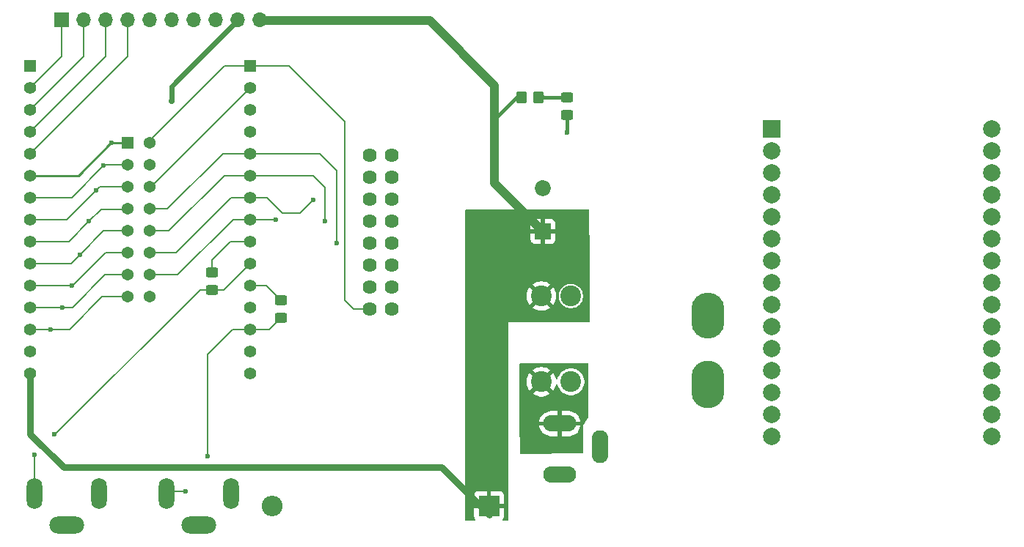
<source format=gbr>
%TF.GenerationSoftware,KiCad,Pcbnew,9.0.0*%
%TF.CreationDate,2025-04-14T04:50:01-04:00*%
%TF.ProjectId,W4MLB_Band_Display,57344d4c-425f-4426-916e-645f44697370,1.0*%
%TF.SameCoordinates,Original*%
%TF.FileFunction,Copper,L1,Top*%
%TF.FilePolarity,Positive*%
%FSLAX46Y46*%
G04 Gerber Fmt 4.6, Leading zero omitted, Abs format (unit mm)*
G04 Created by KiCad (PCBNEW 9.0.0) date 2025-04-14 04:50:01*
%MOMM*%
%LPD*%
G01*
G04 APERTURE LIST*
G04 Aperture macros list*
%AMRoundRect*
0 Rectangle with rounded corners*
0 $1 Rounding radius*
0 $2 $3 $4 $5 $6 $7 $8 $9 X,Y pos of 4 corners*
0 Add a 4 corners polygon primitive as box body*
4,1,4,$2,$3,$4,$5,$6,$7,$8,$9,$2,$3,0*
0 Add four circle primitives for the rounded corners*
1,1,$1+$1,$2,$3*
1,1,$1+$1,$4,$5*
1,1,$1+$1,$6,$7*
1,1,$1+$1,$8,$9*
0 Add four rect primitives between the rounded corners*
20,1,$1+$1,$2,$3,$4,$5,0*
20,1,$1+$1,$4,$5,$6,$7,0*
20,1,$1+$1,$6,$7,$8,$9,0*
20,1,$1+$1,$8,$9,$2,$3,0*%
G04 Aperture macros list end*
%TA.AperFunction,ComponentPad*%
%ADD10O,1.800000X3.600000*%
%TD*%
%TA.AperFunction,ComponentPad*%
%ADD11O,4.000000X2.000000*%
%TD*%
%TA.AperFunction,SMDPad,CuDef*%
%ADD12RoundRect,0.250000X0.450000X-0.325000X0.450000X0.325000X-0.450000X0.325000X-0.450000X-0.325000X0*%
%TD*%
%TA.AperFunction,SMDPad,CuDef*%
%ADD13RoundRect,0.250000X-0.450000X0.325000X-0.450000X-0.325000X0.450000X-0.325000X0.450000X0.325000X0*%
%TD*%
%TA.AperFunction,SMDPad,CuDef*%
%ADD14RoundRect,0.250000X0.350000X0.450000X-0.350000X0.450000X-0.350000X-0.450000X0.350000X-0.450000X0*%
%TD*%
%TA.AperFunction,ComponentPad*%
%ADD15C,2.400000*%
%TD*%
%TA.AperFunction,ComponentPad*%
%ADD16C,1.850000*%
%TD*%
%TA.AperFunction,ComponentPad*%
%ADD17R,1.850000X1.850000*%
%TD*%
%TA.AperFunction,ComponentPad*%
%ADD18C,1.390000*%
%TD*%
%TA.AperFunction,ComponentPad*%
%ADD19R,1.390000X1.390000*%
%TD*%
%TA.AperFunction,ComponentPad*%
%ADD20R,1.370000X1.370000*%
%TD*%
%TA.AperFunction,ComponentPad*%
%ADD21C,1.370000*%
%TD*%
%TA.AperFunction,ComponentPad*%
%ADD22R,1.700000X1.700000*%
%TD*%
%TA.AperFunction,ComponentPad*%
%ADD23O,1.700000X1.700000*%
%TD*%
%TA.AperFunction,ComponentPad*%
%ADD24R,2.400000X2.400000*%
%TD*%
%TA.AperFunction,ComponentPad*%
%ADD25O,2.400000X2.400000*%
%TD*%
%TA.AperFunction,ComponentPad*%
%ADD26O,3.800000X1.900000*%
%TD*%
%TA.AperFunction,ComponentPad*%
%ADD27O,1.900000X3.800000*%
%TD*%
%TA.AperFunction,ComponentPad*%
%ADD28C,1.620010*%
%TD*%
%TA.AperFunction,ComponentPad*%
%ADD29R,2.000000X2.000000*%
%TD*%
%TA.AperFunction,ComponentPad*%
%ADD30C,2.000000*%
%TD*%
%TA.AperFunction,ComponentPad*%
%ADD31O,3.800000X5.500000*%
%TD*%
%TA.AperFunction,ComponentPad*%
%ADD32O,3.800000X5.300000*%
%TD*%
%TA.AperFunction,ViaPad*%
%ADD33C,0.600000*%
%TD*%
%TA.AperFunction,ViaPad*%
%ADD34C,0.700000*%
%TD*%
%TA.AperFunction,Conductor*%
%ADD35C,0.400000*%
%TD*%
%TA.AperFunction,Conductor*%
%ADD36C,0.200000*%
%TD*%
%TA.AperFunction,Conductor*%
%ADD37C,1.000000*%
%TD*%
%TA.AperFunction,Conductor*%
%ADD38C,0.762000*%
%TD*%
%TA.AperFunction,Conductor*%
%ADD39C,0.600000*%
%TD*%
%TA.AperFunction,Conductor*%
%ADD40C,0.254000*%
%TD*%
G04 APERTURE END LIST*
D10*
%TO.P,J8,3*%
%TO.N,GND*%
X145017500Y-121300000D03*
D11*
%TO.P,J8,1*%
X141267500Y-125000000D03*
D10*
%TO.P,J8,2*%
%TO.N,GPIO15*%
X137517500Y-121300000D03*
%TD*%
D12*
%TO.P,D3,1,K*%
%TO.N,GND*%
X183750000Y-77550000D03*
%TO.P,D3,2,A*%
%TO.N,Net-(D3-A)*%
X183750000Y-75500000D03*
%TD*%
D13*
%TO.P,D1,1,K*%
%TO.N,GPIO17*%
X142750000Y-95750000D03*
%TO.P,D1,2,A*%
%TO.N,GPIO16*%
X142750000Y-97800000D03*
%TD*%
D14*
%TO.P,R1,1*%
%TO.N,Net-(D3-A)*%
X180500000Y-75500000D03*
%TO.P,R1,2*%
%TO.N,+5V*%
X178500000Y-75500000D03*
%TD*%
D15*
%TO.P,F1,1*%
%TO.N,/PWR IN*%
X180810000Y-108410000D03*
%TO.P,F1,2*%
%TO.N,+5V*%
X180810000Y-98490000D03*
%TO.P,F1,3*%
%TO.N,N/C*%
X184210000Y-108410000D03*
%TO.P,F1,4*%
X184210000Y-98490000D03*
%TD*%
D16*
%TO.P,J6,2,2*%
%TO.N,GND*%
X181000000Y-86000000D03*
D17*
%TO.P,J6,1,1*%
%TO.N,+5V*%
X181000000Y-91000000D03*
%TD*%
D18*
%TO.P,J2,04,04*%
%TO.N,GPIO3*%
X147230000Y-79480000D03*
%TO.P,J2,14,14*%
%TO.N,GND*%
X147230000Y-104880000D03*
D19*
%TO.P,J2,01,01*%
%TO.N,GPIO23*%
X147230000Y-71860000D03*
D18*
%TO.P,J2,02,02*%
%TO.N,GPIO22*%
X147230000Y-74400000D03*
%TO.P,J2,03,03*%
%TO.N,GPIO1*%
X147230000Y-76940000D03*
%TO.P,J2,05,05*%
%TO.N,GPIO21*%
X147230000Y-82020000D03*
%TO.P,J2,06,06*%
%TO.N,GPIO19*%
X147230000Y-84560000D03*
%TO.P,J2,07,07*%
%TO.N,GPIO18*%
X147230000Y-87100000D03*
%TO.P,J2,08,08*%
%TO.N,GPIO5*%
X147230000Y-89640000D03*
%TO.P,J2,09,09*%
%TO.N,GPIO17*%
X147230000Y-92180000D03*
%TO.P,J2,10,10*%
%TO.N,GPIO16*%
X147230000Y-94720000D03*
%TO.P,J2,11,11*%
%TO.N,GPIO4*%
X147230000Y-97260000D03*
%TO.P,J2,12,12*%
%TO.N,GPIO2*%
X147230000Y-99800000D03*
%TO.P,J2,13,13*%
%TO.N,GPIO15*%
X147230000Y-102340000D03*
%TO.P,J2,15,15*%
%TO.N,/+3.3VDC*%
X147230000Y-107420000D03*
%TD*%
D20*
%TO.P,J3,01,01*%
%TO.N,GPIO32*%
X133010000Y-80802500D03*
D21*
%TO.P,J3,02,02*%
%TO.N,GPIO23*%
X135550000Y-80802500D03*
%TO.P,J3,03,03*%
%TO.N,GPIO33*%
X133010000Y-83342500D03*
%TO.P,J3,05,05*%
%TO.N,GPIO25*%
X133010000Y-85882500D03*
%TO.P,J3,06,06*%
%TO.N,GPIO22*%
X135550000Y-85882500D03*
%TO.P,J3,07,07*%
%TO.N,GPIO26*%
X133010000Y-88422500D03*
%TO.P,J3,08,08*%
%TO.N,GPIO21*%
X135550000Y-88422500D03*
%TO.P,J3,09,09*%
%TO.N,GPIO27*%
X133010000Y-90962500D03*
%TO.P,J3,10,10*%
%TO.N,GPIO19*%
X135550000Y-90962500D03*
%TO.P,J3,11,11*%
%TO.N,GPIO14*%
X133010000Y-93502500D03*
%TO.P,J3,12,12*%
%TO.N,GPIO18*%
X135550000Y-93502500D03*
%TO.P,J3,13,13*%
%TO.N,GPIO12*%
X133010000Y-96042500D03*
%TO.P,J3,14,14*%
%TO.N,GPIO5*%
X135550000Y-96042500D03*
%TO.P,J3,15,15*%
%TO.N,GPIO13*%
X133010000Y-98582500D03*
%TO.P,J3,04,04*%
%TO.N,GND*%
X135550000Y-83342500D03*
%TO.P,J3,16,16*%
X135550000Y-98582500D03*
%TD*%
D22*
%TO.P,J9,1,Pin_1*%
%TO.N,GPIO36*%
X125430000Y-66582500D03*
D23*
%TO.P,J9,2,Pin_2*%
%TO.N,GPIO39*%
X127970000Y-66582500D03*
%TO.P,J9,3,Pin_3*%
%TO.N,GPIO34*%
X130510000Y-66582500D03*
%TO.P,J9,4,Pin_4*%
%TO.N,GPIO35*%
X133050000Y-66582500D03*
%TO.P,J9,5,Pin_5*%
%TO.N,GPIO2*%
X135590000Y-66582500D03*
%TO.P,J9,6,Pin_6*%
%TO.N,GPIO3*%
X138130000Y-66582500D03*
%TO.P,J9,7,Pin_7*%
%TO.N,GPIO1*%
X140670000Y-66582500D03*
%TO.P,J9,8,Pin_8*%
%TO.N,GND*%
X143210000Y-66582500D03*
%TO.P,J9,9,Pin_9*%
%TO.N,/+3.3VDC*%
X145750000Y-66582500D03*
%TO.P,J9,10,Pin_10*%
%TO.N,+5V*%
X148290000Y-66582500D03*
%TD*%
D18*
%TO.P,J1,14,14*%
%TO.N,GND*%
X121830000Y-104880000D03*
D19*
%TO.P,J1,01,01*%
%TO.N,unconnected-(J1-Pad01)*%
X121830000Y-71860000D03*
D18*
%TO.P,J1,02,02*%
%TO.N,GPIO36*%
X121830000Y-74400000D03*
%TO.P,J1,03,03*%
%TO.N,GPIO39*%
X121830000Y-76940000D03*
%TO.P,J1,04,04*%
%TO.N,GPIO34*%
X121830000Y-79480000D03*
%TO.P,J1,05,05*%
%TO.N,GPIO35*%
X121830000Y-82020000D03*
%TO.P,J1,06,06*%
%TO.N,GPIO32*%
X121830000Y-84560000D03*
%TO.P,J1,07,07*%
%TO.N,GPIO33*%
X121830000Y-87100000D03*
%TO.P,J1,08,08*%
%TO.N,GPIO25*%
X121830000Y-89640000D03*
%TO.P,J1,09,09*%
%TO.N,GPIO26*%
X121830000Y-92180000D03*
%TO.P,J1,10,10*%
%TO.N,GPIO27*%
X121830000Y-94720000D03*
%TO.P,J1,11,11*%
%TO.N,GPIO14*%
X121830000Y-97260000D03*
%TO.P,J1,12,12*%
%TO.N,GPIO12*%
X121830000Y-99800000D03*
%TO.P,J1,13,13*%
%TO.N,GPIO13*%
X121830000Y-102340000D03*
%TO.P,J1,15,15*%
%TO.N,+5V*%
X121830000Y-107420000D03*
%TD*%
D24*
%TO.P,C2,1*%
%TO.N,+5V*%
X174750000Y-122750000D03*
D25*
%TO.P,C2,2*%
%TO.N,GND*%
X149750000Y-122750000D03*
%TD*%
D10*
%TO.P,J7,3*%
%TO.N,GND*%
X129767500Y-121300000D03*
D11*
%TO.P,J7,1*%
X126017500Y-125000000D03*
D10*
%TO.P,J7,2*%
%TO.N,GPIO16*%
X122267500Y-121300000D03*
%TD*%
D26*
%TO.P,J5,2*%
%TO.N,GND*%
X182950000Y-119167500D03*
D27*
%TO.P,J5,3*%
X187600000Y-115917500D03*
D26*
%TO.P,J5,1*%
%TO.N,/PWR IN*%
X182950000Y-113237500D03*
%TD*%
D28*
%TO.P,J4,15,15*%
%TO.N,GPIO13*%
X163500000Y-82210000D03*
%TO.P,J4,13,13*%
%TO.N,GPIO12*%
X163500000Y-84750000D03*
%TO.P,J4,11,11*%
%TO.N,GPIO14*%
X163500000Y-87290000D03*
%TO.P,J4,10,10*%
%TO.N,GPIO19*%
X160960000Y-89830000D03*
%TO.P,J4,9,9*%
%TO.N,GPIO27*%
X163500000Y-89830000D03*
%TO.P,J4,8,8*%
%TO.N,GPIO21*%
X160960000Y-92370000D03*
%TO.P,J4,7,7*%
%TO.N,GPIO26*%
X163500000Y-92370000D03*
%TO.P,J4,6,6*%
%TO.N,GPIO22*%
X160960000Y-94910000D03*
%TO.P,J4,5,5*%
%TO.N,GPIO25*%
X163500000Y-94910000D03*
%TO.P,J4,3,3*%
%TO.N,GPIO33*%
X163500000Y-97450000D03*
%TO.P,J4,2,2*%
%TO.N,GPIO23*%
X160960000Y-99990000D03*
%TO.P,J4,1,1*%
%TO.N,GPIO32*%
X163500000Y-99990000D03*
%TO.P,J4,4,4*%
%TO.N,GND*%
X160960000Y-97450000D03*
%TO.P,J4,12,12*%
%TO.N,GPIO18*%
X160960000Y-87290000D03*
%TO.P,J4,14,14*%
%TO.N,GPIO5*%
X160960000Y-84750000D03*
%TO.P,J4,16,16*%
%TO.N,GND*%
X160960000Y-82210000D03*
%TD*%
D13*
%TO.P,D2,1,K*%
%TO.N,GPIO4*%
X150750000Y-98950000D03*
%TO.P,D2,2,A*%
%TO.N,GPIO15*%
X150750000Y-101000000D03*
%TD*%
D29*
%TO.P,U1,1,3V3*%
%TO.N,unconnected-(U1-3V3-Pad1)*%
X207350000Y-79190000D03*
D30*
%TO.P,U1,2,GND*%
%TO.N,unconnected-(U1-GND-Pad2)*%
X207350000Y-81730000D03*
%TO.P,U1,3,D15*%
%TO.N,unconnected-(U1-D15-Pad3)*%
X207350000Y-84270000D03*
%TO.P,U1,4,D2*%
%TO.N,unconnected-(U1-D2-Pad4)*%
X207350000Y-86810000D03*
%TO.P,U1,5,D4*%
%TO.N,unconnected-(U1-D4-Pad5)*%
X207350000Y-89350000D03*
%TO.P,U1,6,RX2*%
%TO.N,unconnected-(U1-RX2-Pad6)*%
X207350000Y-91890000D03*
%TO.P,U1,7,TX2*%
%TO.N,unconnected-(U1-TX2-Pad7)*%
X207350000Y-94430000D03*
%TO.P,U1,8,D5*%
%TO.N,unconnected-(U1-D5-Pad8)*%
X207350000Y-96970000D03*
%TO.P,U1,9,D18*%
%TO.N,unconnected-(U1-D18-Pad9)*%
X207350000Y-99510000D03*
%TO.P,U1,10,D19*%
%TO.N,unconnected-(U1-D19-Pad10)*%
X207350000Y-102050000D03*
%TO.P,U1,11,D21*%
%TO.N,unconnected-(U1-D21-Pad11)*%
X207350000Y-104590000D03*
%TO.P,U1,12,RX0*%
%TO.N,unconnected-(U1-RX0-Pad12)*%
X207350000Y-107130000D03*
%TO.P,U1,13,TX0*%
%TO.N,unconnected-(U1-TX0-Pad13)*%
X207350000Y-109670000D03*
%TO.P,U1,14,D22*%
%TO.N,unconnected-(U1-D22-Pad14)*%
X207350000Y-112210000D03*
%TO.P,U1,15,D23*%
%TO.N,unconnected-(U1-D23-Pad15)*%
X207350000Y-114750000D03*
%TO.P,U1,16,EN*%
%TO.N,unconnected-(U1-EN-Pad16)*%
X232750000Y-114750000D03*
%TO.P,U1,17,VP*%
%TO.N,unconnected-(U1-VP-Pad17)*%
X232750000Y-112210000D03*
%TO.P,U1,18,VN*%
%TO.N,unconnected-(U1-VN-Pad18)*%
X232750000Y-109670000D03*
%TO.P,U1,19,D34*%
%TO.N,unconnected-(U1-D34-Pad19)*%
X232750000Y-107130000D03*
%TO.P,U1,20,D35*%
%TO.N,unconnected-(U1-D35-Pad20)*%
X232750000Y-104590000D03*
%TO.P,U1,21,D32*%
%TO.N,unconnected-(U1-D32-Pad21)*%
X232750000Y-102050000D03*
%TO.P,U1,22,D33*%
%TO.N,unconnected-(U1-D33-Pad22)*%
X232750000Y-99510000D03*
%TO.P,U1,23,D25*%
%TO.N,unconnected-(U1-D25-Pad23)*%
X232750000Y-96970000D03*
%TO.P,U1,24,D26*%
%TO.N,unconnected-(U1-D26-Pad24)*%
X232750000Y-94430000D03*
%TO.P,U1,25,D27*%
%TO.N,unconnected-(U1-D27-Pad25)*%
X232750000Y-91890000D03*
%TO.P,U1,26,D14*%
%TO.N,unconnected-(U1-D14-Pad26)*%
X232750000Y-89350000D03*
%TO.P,U1,27,D12*%
%TO.N,unconnected-(U1-D12-Pad27)*%
X232750000Y-86810000D03*
%TO.P,U1,28,D13*%
%TO.N,unconnected-(U1-D13-Pad28)*%
X232750000Y-84270000D03*
%TO.P,U1,29,GND__1*%
%TO.N,unconnected-(U1-GND__1-Pad29)*%
X232750000Y-81730000D03*
%TO.P,U1,30,VIN*%
%TO.N,unconnected-(U1-VIN-Pad30)*%
X232750000Y-79190000D03*
%TD*%
D31*
%TO.P,F2,1*%
%TO.N,unconnected-(F2-Pad1)*%
X200000000Y-108750000D03*
D32*
%TO.P,F2,2*%
%TO.N,unconnected-(F2-Pad2)*%
X200000000Y-100750000D03*
%TD*%
D33*
%TO.N,GND*%
X183750000Y-79600000D03*
%TO.N,GPIO15*%
X142300000Y-117000000D03*
X139750000Y-121050000D03*
%TO.N,GPIO33*%
X130267322Y-83437322D03*
%TO.N,GPIO21*%
X157150000Y-92370000D03*
%TO.N,GPIO27*%
X127531250Y-93701250D03*
%TO.N,GPIO5*%
X150150000Y-89650000D03*
%TO.N,GPIO19*%
X155800000Y-89800000D03*
%TO.N,GPIO12*%
X125520000Y-99800000D03*
%TO.N,GPIO32*%
X131220000Y-80802500D03*
D34*
%TO.N,/+3.3VDC*%
X138111250Y-75940000D03*
D33*
%TO.N,GPIO14*%
X126590000Y-97260000D03*
%TO.N,GPIO13*%
X124140000Y-102340000D03*
%TO.N,GPIO18*%
X154460000Y-87350000D03*
%TO.N,GPIO16*%
X122267500Y-116850000D03*
%TO.N,GPIO25*%
X129411250Y-86271250D03*
%TO.N,GPIO26*%
X128576250Y-89856250D03*
%TO.N,GPIO16*%
X124607500Y-114510000D03*
%TD*%
D35*
%TO.N,Net-(D3-A)*%
X183450000Y-75550000D02*
X183750000Y-75250000D01*
X181050000Y-75550000D02*
X183450000Y-75550000D01*
X180750000Y-75250000D02*
X181050000Y-75550000D01*
%TO.N,+5V*%
X178200000Y-75250000D02*
X175540000Y-77910000D01*
X175540000Y-77910000D02*
X175540000Y-78460000D01*
D36*
X175540000Y-78460000D02*
X175400000Y-78460000D01*
D37*
X175400000Y-78460000D02*
X175400000Y-77920000D01*
D35*
%TO.N,GND*%
X183750000Y-77900000D02*
X183750000Y-79600000D01*
D37*
%TO.N,+5V*%
X175400000Y-77920000D02*
X175400000Y-76050000D01*
D36*
X175580000Y-77920000D02*
X175400000Y-77920000D01*
D37*
X175400000Y-76050000D02*
X175400000Y-74150000D01*
D36*
%TO.N,GPIO15*%
X142300000Y-105200000D02*
X142300000Y-117000000D01*
X145160000Y-102340000D02*
X142300000Y-105200000D01*
X147230000Y-102340000D02*
X145160000Y-102340000D01*
D38*
%TO.N,+5V*%
X121830000Y-114430000D02*
X121830000Y-107420000D01*
X125700000Y-118300000D02*
X121830000Y-114430000D01*
X169300000Y-118300000D02*
X125700000Y-118300000D01*
X174750000Y-123750000D02*
X169300000Y-118300000D01*
D36*
%TO.N,GPIO15*%
X137517500Y-121050000D02*
X139750000Y-121050000D01*
D37*
%TO.N,+5V*%
X167900000Y-66650000D02*
X148357500Y-66650000D01*
X175400000Y-74150000D02*
X167900000Y-66650000D01*
X175650000Y-85650000D02*
X175400000Y-85400000D01*
X175400000Y-85400000D02*
X175400000Y-78460000D01*
X180500000Y-90500000D02*
X175650000Y-85650000D01*
D36*
%TO.N,GPIO16*%
X141400000Y-97800000D02*
X142750000Y-97800000D01*
X124690000Y-114510000D02*
X141400000Y-97800000D01*
X124607500Y-114510000D02*
X124690000Y-114510000D01*
%TO.N,GPIO33*%
X133010000Y-83342500D02*
X133010000Y-83340000D01*
%TO.N,+5V*%
X148357500Y-66650000D02*
X148290000Y-66582500D01*
D39*
%TO.N,/+3.3VDC*%
X138111250Y-74221250D02*
X138111250Y-75940000D01*
D36*
X138111250Y-74261250D02*
X138100000Y-74250000D01*
X138111250Y-75940000D02*
X138111250Y-74261250D01*
D39*
X145750000Y-66582500D02*
X138111250Y-74221250D01*
D36*
%TO.N,GPIO21*%
X147230000Y-82020000D02*
X144030000Y-82020000D01*
X137627500Y-88422500D02*
X135550000Y-88422500D01*
X144030000Y-82020000D02*
X137627500Y-88422500D01*
%TO.N,GPIO33*%
X130267322Y-83437322D02*
X130362144Y-83342500D01*
%TO.N,GPIO16*%
X122267500Y-116850000D02*
X122267500Y-121050000D01*
%TO.N,GPIO23*%
X135647500Y-80900000D02*
X135550000Y-80802500D01*
%TO.N,GPIO33*%
X126604644Y-87100000D02*
X130267322Y-83437322D01*
X130362144Y-83342500D02*
X133010000Y-83342500D01*
X121830000Y-87100000D02*
X126604644Y-87100000D01*
%TO.N,GPIO17*%
X147230000Y-92180000D02*
X144870000Y-92180000D01*
%TO.N,GPIO5*%
X149600000Y-89650000D02*
X149590000Y-89640000D01*
%TO.N,GPIO26*%
X129982500Y-88450000D02*
X132982500Y-88450000D01*
%TO.N,GPIO5*%
X149590000Y-89640000D02*
X147230000Y-89640000D01*
%TO.N,GPIO26*%
X132982500Y-88450000D02*
X133010000Y-88422500D01*
%TO.N,GPIO17*%
X144870000Y-92180000D02*
X142750000Y-94300000D01*
D40*
%TO.N,GPIO32*%
X127340000Y-84560000D02*
X131097500Y-80802500D01*
D36*
%TO.N,GPIO5*%
X150150000Y-89650000D02*
X149600000Y-89650000D01*
%TO.N,GPIO26*%
X126252500Y-92180000D02*
X128576250Y-89856250D01*
D40*
%TO.N,GPIO32*%
X121830000Y-84560000D02*
X127340000Y-84560000D01*
X131097500Y-80802500D02*
X131220000Y-80802500D01*
D36*
%TO.N,GPIO26*%
X121830000Y-92180000D02*
X126252500Y-92180000D01*
%TO.N,GPIO17*%
X142750000Y-94300000D02*
X142750000Y-95750000D01*
%TO.N,GPIO18*%
X147230000Y-87100000D02*
X145000000Y-87100000D01*
%TO.N,GPIO19*%
X137787500Y-90962500D02*
X135550000Y-90962500D01*
X147230000Y-84560000D02*
X144190000Y-84560000D01*
X144190000Y-84560000D02*
X137787500Y-90962500D01*
%TO.N,GPIO18*%
X138597500Y-93502500D02*
X135550000Y-93502500D01*
X145000000Y-87100000D02*
X138597500Y-93502500D01*
%TO.N,GPIO26*%
X128576250Y-89856250D02*
X129982500Y-88450000D01*
%TO.N,GPIO25*%
X129411250Y-86271250D02*
X129800000Y-85882500D01*
%TO.N,GPIO34*%
X130510000Y-70800000D02*
X130510000Y-66582500D01*
%TO.N,GPIO35*%
X121830000Y-82020000D02*
X133050000Y-70800000D01*
X133050000Y-70800000D02*
X133050000Y-66582500D01*
%TO.N,GPIO39*%
X127970000Y-70800000D02*
X127970000Y-66582500D01*
%TO.N,GPIO34*%
X121830000Y-79480000D02*
X130510000Y-70800000D01*
%TO.N,GPIO39*%
X121830000Y-76940000D02*
X127970000Y-70800000D01*
%TO.N,GPIO4*%
X147230000Y-97260000D02*
X149060000Y-97260000D01*
%TO.N,GPIO16*%
X144150000Y-97800000D02*
X142750000Y-97800000D01*
%TO.N,GPIO36*%
X125430000Y-70800000D02*
X125430000Y-66582500D01*
X121830000Y-74400000D02*
X125430000Y-70800000D01*
%TO.N,GPIO16*%
X147230000Y-94720000D02*
X144150000Y-97800000D01*
%TO.N,GPIO15*%
X147230000Y-102340000D02*
X149410000Y-102340000D01*
X149410000Y-102340000D02*
X150750000Y-101000000D01*
%TO.N,GPIO4*%
X149060000Y-97260000D02*
X150750000Y-98950000D01*
%TO.N,GPIO12*%
X125520000Y-99800000D02*
X126682500Y-99800000D01*
%TO.N,GPIO13*%
X124140000Y-102340000D02*
X126342500Y-102340000D01*
%TO.N,GPIO14*%
X126590000Y-97260000D02*
X126722500Y-97260000D01*
%TO.N,GPIO27*%
X127531250Y-93701250D02*
X130270000Y-90962500D01*
D40*
%TO.N,GPIO32*%
X131220000Y-80802500D02*
X133010000Y-80802500D01*
D36*
%TO.N,GPIO19*%
X155800000Y-85900000D02*
X155800000Y-89800000D01*
%TO.N,GPIO21*%
X157150000Y-83950000D02*
X157150000Y-92370000D01*
%TO.N,GPIO18*%
X150900000Y-88900000D02*
X152910000Y-88900000D01*
X152910000Y-88900000D02*
X154460000Y-87350000D01*
%TO.N,GPIO21*%
X155220000Y-82020000D02*
X157150000Y-83950000D01*
%TO.N,GPIO19*%
X154460000Y-84560000D02*
X155800000Y-85900000D01*
%TO.N,GPIO21*%
X147230000Y-82020000D02*
X155220000Y-82020000D01*
%TO.N,GPIO19*%
X147230000Y-84560000D02*
X154460000Y-84560000D01*
%TO.N,GPIO18*%
X149100000Y-87100000D02*
X150900000Y-88900000D01*
X147230000Y-87100000D02*
X149100000Y-87100000D01*
%TO.N,GPIO23*%
X151660000Y-71860000D02*
X158100000Y-78300000D01*
X147230000Y-71860000D02*
X151660000Y-71860000D01*
X159140000Y-99990000D02*
X160960000Y-99990000D01*
X158100000Y-98950000D02*
X159140000Y-99990000D01*
X158100000Y-78300000D02*
X158100000Y-98950000D01*
%TO.N,GPIO14*%
X121830000Y-97260000D02*
X126590000Y-97260000D01*
X130480000Y-93502500D02*
X133010000Y-93502500D01*
%TO.N,GPIO27*%
X126512500Y-94720000D02*
X127531250Y-93701250D01*
X130270000Y-90962500D02*
X133010000Y-90962500D01*
%TO.N,GPIO25*%
X126042500Y-89640000D02*
X129411250Y-86271250D01*
%TO.N,GPIO27*%
X121830000Y-94720000D02*
X126512500Y-94720000D01*
%TO.N,GPIO25*%
X129800000Y-85882500D02*
X133010000Y-85882500D01*
%TO.N,GPIO14*%
X126722500Y-97260000D02*
X130480000Y-93502500D01*
%TO.N,GPIO25*%
X121830000Y-89640000D02*
X126042500Y-89640000D01*
%TO.N,GPIO12*%
X133010000Y-96042500D02*
X133642500Y-96042500D01*
%TO.N,GPIO23*%
X147230000Y-71860000D02*
X144240000Y-71860000D01*
X144240000Y-71860000D02*
X135550000Y-80550000D01*
%TO.N,GPIO22*%
X135550000Y-85882500D02*
X135747500Y-85882500D01*
%TO.N,GPIO23*%
X135550000Y-80550000D02*
X135550000Y-80802500D01*
%TO.N,GPIO22*%
X135747500Y-85882500D02*
X147230000Y-74400000D01*
%TO.N,GPIO5*%
X138842500Y-96042500D02*
X135550000Y-96042500D01*
X138850000Y-96050000D02*
X138842500Y-96042500D01*
X145260000Y-89640000D02*
X138850000Y-96050000D01*
X147230000Y-89640000D02*
X145260000Y-89640000D01*
%TO.N,GPIO26*%
X133010000Y-88460000D02*
X133010000Y-88422500D01*
%TO.N,GPIO13*%
X126342500Y-102340000D02*
X130100000Y-98582500D01*
%TO.N,GPIO12*%
X126682500Y-99800000D02*
X130440000Y-96042500D01*
%TO.N,GPIO13*%
X130100000Y-98582500D02*
X133010000Y-98582500D01*
%TO.N,GPIO12*%
X130440000Y-96042500D02*
X133010000Y-96042500D01*
%TO.N,GPIO13*%
X121830000Y-102340000D02*
X124140000Y-102340000D01*
%TO.N,GPIO12*%
X121830000Y-99800000D02*
X125520000Y-99800000D01*
%TD*%
%TA.AperFunction,Conductor*%
%TO.N,/PWR IN*%
G36*
X186183237Y-106279685D02*
G01*
X186228992Y-106332489D01*
X186240198Y-106383801D01*
X186249938Y-112461347D01*
X186230361Y-112528418D01*
X186228087Y-112531842D01*
X185609999Y-113430000D01*
X185658087Y-116565291D01*
X185639433Y-116632625D01*
X185587337Y-116679184D01*
X185535283Y-116691187D01*
X178434823Y-116758811D01*
X178367599Y-116739766D01*
X178321343Y-116687400D01*
X178309643Y-116635171D01*
X178309443Y-116565291D01*
X178299221Y-112987500D01*
X180571522Y-112987500D01*
X181517599Y-112987500D01*
X181500924Y-113004175D01*
X181450896Y-113090825D01*
X181425000Y-113187472D01*
X181425000Y-113287528D01*
X181450896Y-113384175D01*
X181500924Y-113470825D01*
X181517599Y-113487500D01*
X180571522Y-113487500D01*
X180585704Y-113577044D01*
X180656230Y-113794104D01*
X180759849Y-113997466D01*
X180894004Y-114182114D01*
X181055385Y-114343495D01*
X181240033Y-114477650D01*
X181443395Y-114581269D01*
X181660455Y-114651795D01*
X181885884Y-114687500D01*
X182700000Y-114687500D01*
X182700000Y-113617500D01*
X183200000Y-113617500D01*
X183200000Y-114687500D01*
X184014116Y-114687500D01*
X184239544Y-114651795D01*
X184456604Y-114581269D01*
X184659966Y-114477650D01*
X184844614Y-114343495D01*
X185005995Y-114182114D01*
X185140150Y-113997466D01*
X185243769Y-113794104D01*
X185314295Y-113577044D01*
X185328478Y-113487500D01*
X184382401Y-113487500D01*
X184399076Y-113470825D01*
X184449104Y-113384175D01*
X184475000Y-113287528D01*
X184475000Y-113187472D01*
X184449104Y-113090825D01*
X184399076Y-113004175D01*
X184382401Y-112987500D01*
X185328478Y-112987500D01*
X185314295Y-112897955D01*
X185243769Y-112680895D01*
X185140150Y-112477533D01*
X185005995Y-112292885D01*
X184844614Y-112131504D01*
X184659966Y-111997349D01*
X184456604Y-111893730D01*
X184239544Y-111823204D01*
X184014116Y-111787500D01*
X183200000Y-111787500D01*
X183200000Y-112857500D01*
X182700000Y-112857500D01*
X182700000Y-111787500D01*
X181885884Y-111787500D01*
X181660455Y-111823204D01*
X181443395Y-111893730D01*
X181240033Y-111997349D01*
X181055385Y-112131504D01*
X180894004Y-112292885D01*
X180759849Y-112477533D01*
X180656230Y-112680895D01*
X180585704Y-112897955D01*
X180571522Y-112987500D01*
X178299221Y-112987500D01*
X178290573Y-109960500D01*
X178289910Y-109728357D01*
X178285825Y-108298575D01*
X179110000Y-108298575D01*
X179110000Y-108521424D01*
X179139085Y-108742354D01*
X179139088Y-108742367D01*
X179196763Y-108957618D01*
X179282045Y-109163502D01*
X179282054Y-109163520D01*
X179393464Y-109356491D01*
X179393473Y-109356504D01*
X179444040Y-109422403D01*
X179444043Y-109422403D01*
X180094152Y-108772293D01*
X180101049Y-108788942D01*
X180188599Y-108919970D01*
X180300030Y-109031401D01*
X180431058Y-109118951D01*
X180447705Y-109125846D01*
X179797595Y-109775955D01*
X179797595Y-109775956D01*
X179863507Y-109826533D01*
X180056485Y-109937949D01*
X180056497Y-109937954D01*
X180262381Y-110023236D01*
X180477632Y-110080911D01*
X180477645Y-110080914D01*
X180698575Y-110110000D01*
X180921425Y-110110000D01*
X181142354Y-110080914D01*
X181142367Y-110080911D01*
X181357618Y-110023236D01*
X181563502Y-109937954D01*
X181563514Y-109937949D01*
X181756498Y-109826530D01*
X181822403Y-109775957D01*
X181822404Y-109775956D01*
X181172294Y-109125846D01*
X181188942Y-109118951D01*
X181319970Y-109031401D01*
X181431401Y-108919970D01*
X181518951Y-108788942D01*
X181525846Y-108772294D01*
X182175956Y-109422404D01*
X182175957Y-109422403D01*
X182226530Y-109356498D01*
X182337949Y-109163514D01*
X182337954Y-109163502D01*
X182423236Y-108957618D01*
X182466025Y-108797926D01*
X182502390Y-108738265D01*
X182565237Y-108707736D01*
X182634612Y-108716031D01*
X182688490Y-108760516D01*
X182703729Y-108791698D01*
X182773096Y-109005185D01*
X182877454Y-109210000D01*
X182883896Y-109222642D01*
X183027339Y-109420076D01*
X183027343Y-109420081D01*
X183199918Y-109592656D01*
X183199923Y-109592660D01*
X183372136Y-109717779D01*
X183397361Y-109736106D01*
X183614815Y-109846904D01*
X183846924Y-109922321D01*
X184087973Y-109960500D01*
X184087974Y-109960500D01*
X184332026Y-109960500D01*
X184332027Y-109960500D01*
X184573076Y-109922321D01*
X184805185Y-109846904D01*
X185022639Y-109736106D01*
X185220083Y-109592655D01*
X185392655Y-109420083D01*
X185536106Y-109222639D01*
X185646904Y-109005185D01*
X185722321Y-108773076D01*
X185760500Y-108532027D01*
X185760500Y-108287973D01*
X185722321Y-108046924D01*
X185646904Y-107814815D01*
X185536106Y-107597361D01*
X185438856Y-107463507D01*
X185392660Y-107399923D01*
X185392656Y-107399918D01*
X185220081Y-107227343D01*
X185220076Y-107227339D01*
X185022642Y-107083896D01*
X185022641Y-107083895D01*
X185022639Y-107083894D01*
X184805185Y-106973096D01*
X184573076Y-106897679D01*
X184573074Y-106897678D01*
X184573072Y-106897678D01*
X184404769Y-106871021D01*
X184332027Y-106859500D01*
X184087973Y-106859500D01*
X184032093Y-106868350D01*
X183846927Y-106897678D01*
X183614812Y-106973097D01*
X183397357Y-107083896D01*
X183199923Y-107227339D01*
X183199918Y-107227343D01*
X183027343Y-107399918D01*
X183027339Y-107399923D01*
X182883896Y-107597357D01*
X182773097Y-107814812D01*
X182703731Y-108028298D01*
X182664293Y-108085974D01*
X182599935Y-108113172D01*
X182531088Y-108101257D01*
X182479613Y-108054013D01*
X182466025Y-108022073D01*
X182423236Y-107862381D01*
X182337954Y-107656497D01*
X182337949Y-107656485D01*
X182226533Y-107463507D01*
X182175956Y-107397595D01*
X182175955Y-107397595D01*
X181525846Y-108047704D01*
X181518951Y-108031058D01*
X181431401Y-107900030D01*
X181319970Y-107788599D01*
X181188942Y-107701049D01*
X181172293Y-107694152D01*
X181822403Y-107044043D01*
X181822403Y-107044040D01*
X181756504Y-106993473D01*
X181756491Y-106993464D01*
X181563520Y-106882054D01*
X181563502Y-106882045D01*
X181357618Y-106796763D01*
X181142367Y-106739088D01*
X181142354Y-106739085D01*
X180921425Y-106710000D01*
X180698575Y-106710000D01*
X180477645Y-106739085D01*
X180477632Y-106739088D01*
X180262381Y-106796763D01*
X180056497Y-106882045D01*
X180056479Y-106882054D01*
X179863511Y-106993462D01*
X179797595Y-107044042D01*
X180447706Y-107694152D01*
X180431058Y-107701049D01*
X180300030Y-107788599D01*
X180188599Y-107900030D01*
X180101049Y-108031058D01*
X180094153Y-108047706D01*
X179444042Y-107397595D01*
X179393462Y-107463511D01*
X179282054Y-107656479D01*
X179282045Y-107656497D01*
X179196763Y-107862381D01*
X179139088Y-108077632D01*
X179139085Y-108077645D01*
X179110000Y-108298575D01*
X178285825Y-108298575D01*
X178285814Y-108294871D01*
X178282378Y-107092349D01*
X178282240Y-107044040D01*
X178280355Y-106384352D01*
X178299847Y-106317259D01*
X178352520Y-106271353D01*
X178404354Y-106260000D01*
X186116198Y-106260000D01*
X186183237Y-106279685D01*
G37*
%TD.AperFunction*%
%TD*%
%TA.AperFunction,Conductor*%
%TO.N,+5V*%
G36*
X186284167Y-88499762D02*
G01*
X186329995Y-88552502D01*
X186341266Y-88602893D01*
X186399969Y-94297057D01*
X186399891Y-94302924D01*
X186390000Y-94569993D01*
X186360533Y-101406138D01*
X186340559Y-101473092D01*
X186287559Y-101518619D01*
X186236137Y-101529603D01*
X177000000Y-101499999D01*
X177000000Y-124376000D01*
X176980315Y-124443039D01*
X176927511Y-124488794D01*
X176876000Y-124500000D01*
X176410573Y-124500000D01*
X176343534Y-124480315D01*
X176297779Y-124427511D01*
X176287835Y-124358353D01*
X176311306Y-124301689D01*
X176393353Y-124192088D01*
X176393354Y-124192086D01*
X176443596Y-124057379D01*
X176443598Y-124057372D01*
X176449999Y-123997844D01*
X176450000Y-123997827D01*
X176450000Y-123000000D01*
X175298482Y-123000000D01*
X175309111Y-122981591D01*
X175350000Y-122828991D01*
X175350000Y-122671009D01*
X175309111Y-122518409D01*
X175298482Y-122500000D01*
X176450000Y-122500000D01*
X176450000Y-121502172D01*
X176449999Y-121502155D01*
X176443598Y-121442627D01*
X176443596Y-121442620D01*
X176393354Y-121307913D01*
X176393350Y-121307906D01*
X176307190Y-121192812D01*
X176307187Y-121192809D01*
X176192093Y-121106649D01*
X176192086Y-121106645D01*
X176057379Y-121056403D01*
X176057372Y-121056401D01*
X175997844Y-121050000D01*
X175000000Y-121050000D01*
X175000000Y-122201517D01*
X174981591Y-122190889D01*
X174828991Y-122150000D01*
X174671009Y-122150000D01*
X174518409Y-122190889D01*
X174500000Y-122201517D01*
X174500000Y-121050000D01*
X173502155Y-121050000D01*
X173442627Y-121056401D01*
X173442620Y-121056403D01*
X173307913Y-121106645D01*
X173307906Y-121106649D01*
X173192812Y-121192809D01*
X173192809Y-121192812D01*
X173106649Y-121307906D01*
X173106645Y-121307913D01*
X173056403Y-121442620D01*
X173056401Y-121442627D01*
X173050000Y-121502155D01*
X173050000Y-122500000D01*
X174201518Y-122500000D01*
X174190889Y-122518409D01*
X174150000Y-122671009D01*
X174150000Y-122828991D01*
X174190889Y-122981591D01*
X174201518Y-123000000D01*
X173050000Y-123000000D01*
X173050000Y-123997844D01*
X173056401Y-124057372D01*
X173056403Y-124057379D01*
X173106645Y-124192086D01*
X173106646Y-124192088D01*
X173188694Y-124301689D01*
X173213111Y-124367153D01*
X173198260Y-124435426D01*
X173148855Y-124484832D01*
X173089427Y-124500000D01*
X172124000Y-124500000D01*
X172056961Y-124480315D01*
X172011206Y-124427511D01*
X172000000Y-124376000D01*
X172000000Y-98378575D01*
X179110000Y-98378575D01*
X179110000Y-98601424D01*
X179139085Y-98822354D01*
X179139088Y-98822367D01*
X179196763Y-99037618D01*
X179282045Y-99243502D01*
X179282054Y-99243520D01*
X179393464Y-99436491D01*
X179393473Y-99436504D01*
X179444040Y-99502403D01*
X179444043Y-99502403D01*
X180094152Y-98852293D01*
X180101049Y-98868942D01*
X180188599Y-98999970D01*
X180300030Y-99111401D01*
X180431058Y-99198951D01*
X180447705Y-99205846D01*
X179797595Y-99855955D01*
X179797595Y-99855956D01*
X179863507Y-99906533D01*
X180056485Y-100017949D01*
X180056497Y-100017954D01*
X180262381Y-100103236D01*
X180477632Y-100160911D01*
X180477645Y-100160914D01*
X180698575Y-100190000D01*
X180921425Y-100190000D01*
X181142354Y-100160914D01*
X181142367Y-100160911D01*
X181357618Y-100103236D01*
X181563502Y-100017954D01*
X181563514Y-100017949D01*
X181756498Y-99906530D01*
X181822403Y-99855957D01*
X181822404Y-99855956D01*
X181172294Y-99205846D01*
X181188942Y-99198951D01*
X181319970Y-99111401D01*
X181431401Y-98999970D01*
X181518951Y-98868942D01*
X181525846Y-98852294D01*
X182175956Y-99502404D01*
X182175957Y-99502403D01*
X182226530Y-99436498D01*
X182337949Y-99243514D01*
X182337954Y-99243502D01*
X182423236Y-99037618D01*
X182480911Y-98822367D01*
X182480914Y-98822354D01*
X182510000Y-98601424D01*
X182510000Y-98379778D01*
X182809500Y-98379778D01*
X182809500Y-98600222D01*
X182826742Y-98709086D01*
X182843985Y-98817952D01*
X182912103Y-99027603D01*
X182912104Y-99027606D01*
X183012187Y-99224025D01*
X183141752Y-99402358D01*
X183141756Y-99402363D01*
X183297636Y-99558243D01*
X183297641Y-99558247D01*
X183453192Y-99671260D01*
X183475978Y-99687815D01*
X183604375Y-99753237D01*
X183672393Y-99787895D01*
X183672396Y-99787896D01*
X183777221Y-99821955D01*
X183882049Y-99856015D01*
X184099778Y-99890500D01*
X184099779Y-99890500D01*
X184320221Y-99890500D01*
X184320222Y-99890500D01*
X184537951Y-99856015D01*
X184747606Y-99787895D01*
X184944022Y-99687815D01*
X185122365Y-99558242D01*
X185278242Y-99402365D01*
X185407815Y-99224022D01*
X185507895Y-99027606D01*
X185576015Y-98817951D01*
X185610500Y-98600222D01*
X185610500Y-98379778D01*
X185576015Y-98162049D01*
X185541955Y-98057221D01*
X185507896Y-97952396D01*
X185507895Y-97952393D01*
X185420589Y-97781049D01*
X185407815Y-97755978D01*
X185382215Y-97720743D01*
X185278247Y-97577641D01*
X185278243Y-97577636D01*
X185122363Y-97421756D01*
X185122358Y-97421752D01*
X184944025Y-97292187D01*
X184944024Y-97292186D01*
X184944022Y-97292185D01*
X184881096Y-97260122D01*
X184747606Y-97192104D01*
X184747603Y-97192103D01*
X184537952Y-97123985D01*
X184429086Y-97106742D01*
X184320222Y-97089500D01*
X184099778Y-97089500D01*
X184027201Y-97100995D01*
X183882047Y-97123985D01*
X183672396Y-97192103D01*
X183672393Y-97192104D01*
X183475974Y-97292187D01*
X183297641Y-97421752D01*
X183297636Y-97421756D01*
X183141756Y-97577636D01*
X183141752Y-97577641D01*
X183012187Y-97755974D01*
X182912104Y-97952393D01*
X182912103Y-97952396D01*
X182843985Y-98162047D01*
X182843985Y-98162049D01*
X182809500Y-98379778D01*
X182510000Y-98379778D01*
X182510000Y-98378575D01*
X182480914Y-98157645D01*
X182480911Y-98157632D01*
X182423236Y-97942381D01*
X182337954Y-97736497D01*
X182337949Y-97736485D01*
X182226533Y-97543507D01*
X182175956Y-97477595D01*
X182175955Y-97477595D01*
X181525846Y-98127704D01*
X181518951Y-98111058D01*
X181431401Y-97980030D01*
X181319970Y-97868599D01*
X181188942Y-97781049D01*
X181172293Y-97774152D01*
X181822403Y-97124043D01*
X181822403Y-97124040D01*
X181756504Y-97073473D01*
X181756491Y-97073464D01*
X181563520Y-96962054D01*
X181563502Y-96962045D01*
X181357618Y-96876763D01*
X181142367Y-96819088D01*
X181142354Y-96819085D01*
X180921425Y-96790000D01*
X180698575Y-96790000D01*
X180477645Y-96819085D01*
X180477632Y-96819088D01*
X180262381Y-96876763D01*
X180056497Y-96962045D01*
X180056479Y-96962054D01*
X179863511Y-97073462D01*
X179797595Y-97124042D01*
X180447706Y-97774152D01*
X180431058Y-97781049D01*
X180300030Y-97868599D01*
X180188599Y-97980030D01*
X180101049Y-98111058D01*
X180094153Y-98127706D01*
X179444042Y-97477595D01*
X179393462Y-97543511D01*
X179282054Y-97736479D01*
X179282045Y-97736497D01*
X179196763Y-97942381D01*
X179139088Y-98157632D01*
X179139085Y-98157645D01*
X179110000Y-98378575D01*
X172000000Y-98378575D01*
X172000000Y-90027155D01*
X179575000Y-90027155D01*
X179575000Y-90750000D01*
X180291759Y-90750000D01*
X180278822Y-90781233D01*
X180250000Y-90926131D01*
X180250000Y-91073869D01*
X180278822Y-91218767D01*
X180291759Y-91250000D01*
X179575000Y-91250000D01*
X179575000Y-91972844D01*
X179581401Y-92032372D01*
X179581403Y-92032379D01*
X179631645Y-92167086D01*
X179631649Y-92167093D01*
X179717809Y-92282187D01*
X179717812Y-92282190D01*
X179832906Y-92368350D01*
X179832913Y-92368354D01*
X179967620Y-92418596D01*
X179967627Y-92418598D01*
X180027155Y-92424999D01*
X180027172Y-92425000D01*
X180750000Y-92425000D01*
X180750000Y-91708240D01*
X180781233Y-91721178D01*
X180926131Y-91750000D01*
X181073869Y-91750000D01*
X181218767Y-91721178D01*
X181250000Y-91708240D01*
X181250000Y-92425000D01*
X181972828Y-92425000D01*
X181972844Y-92424999D01*
X182032372Y-92418598D01*
X182032379Y-92418596D01*
X182167086Y-92368354D01*
X182167093Y-92368350D01*
X182282187Y-92282190D01*
X182282190Y-92282187D01*
X182368350Y-92167093D01*
X182368354Y-92167086D01*
X182418596Y-92032379D01*
X182418598Y-92032372D01*
X182424999Y-91972844D01*
X182425000Y-91972827D01*
X182425000Y-91250000D01*
X181708241Y-91250000D01*
X181721178Y-91218767D01*
X181750000Y-91073869D01*
X181750000Y-90926131D01*
X181721178Y-90781233D01*
X181708241Y-90750000D01*
X182425000Y-90750000D01*
X182425000Y-90027172D01*
X182424999Y-90027155D01*
X182418598Y-89967627D01*
X182418596Y-89967620D01*
X182368354Y-89832913D01*
X182368350Y-89832906D01*
X182282190Y-89717812D01*
X182282187Y-89717809D01*
X182167093Y-89631649D01*
X182167086Y-89631645D01*
X182032379Y-89581403D01*
X182032372Y-89581401D01*
X181972844Y-89575000D01*
X181250000Y-89575000D01*
X181250000Y-90291759D01*
X181218767Y-90278822D01*
X181073869Y-90250000D01*
X180926131Y-90250000D01*
X180781233Y-90278822D01*
X180750000Y-90291759D01*
X180750000Y-89575000D01*
X180027155Y-89575000D01*
X179967627Y-89581401D01*
X179967620Y-89581403D01*
X179832913Y-89631645D01*
X179832906Y-89631649D01*
X179717812Y-89717809D01*
X179717809Y-89717812D01*
X179631649Y-89832906D01*
X179631645Y-89832913D01*
X179581403Y-89967620D01*
X179581401Y-89967627D01*
X179575000Y-90027155D01*
X172000000Y-90027155D01*
X172000000Y-88623827D01*
X172019685Y-88556788D01*
X172072489Y-88511033D01*
X172123825Y-88499827D01*
X186217101Y-88480171D01*
X186284167Y-88499762D01*
G37*
%TD.AperFunction*%
%TD*%
M02*

</source>
